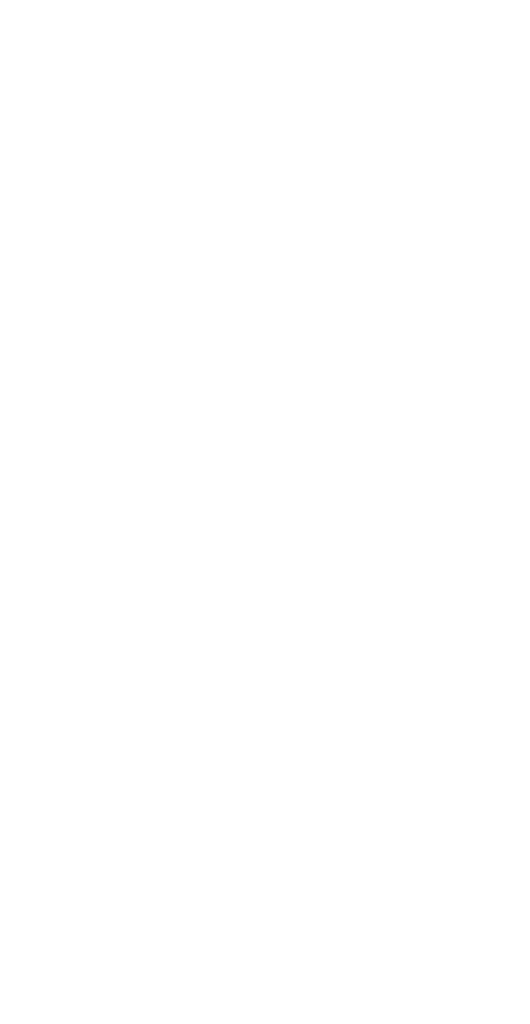
<source format=gbr>
G04 Generated on UCAM*
%FSLAX25Y25*%
%MOIN*%
%IPPOS*%
%ADD10C,0.00800*%
%ADD11C,0.01800*%
%ADD12C,0.15610*%
%ADD13C,0.08500*%
%ADD14C,0.07240*%
%AMTHERS4*1,1-$6,$1,0,0*1,$6,$2,0,0*21,$6,$1,$3,0,0,$4+$5*21,$6,$3,$1,0,0,$4+$5*%
%ADD15THERS4,0.09800X0.08200X0.02200X45.00X0.00X0*%
%ADD16C,0.06200*%
%ADD17C,0.03700*%
%ADD18C,0.14010*%
%ADD19C,0.08100*%
%ADD20C,0.06000*%
%ADD21THERS4,0.09600X0.08000X0.02200X45.00X0.00X0*%
%ADD22C,0.10900*%
%ADD23C,0.07700*%
%ADD24C,0.08200*%
%ADD25THERS4,0.11800X0.10200X0.02200X45.00X0.00X0*%
%ADD26C,0.05740*%
%ADD27THERS4,0.09340X0.07740X0.02200X45.00X0.00X0*%
%ADD28C,0.03200*%
%ADD29C,0.03000*%
%ADD30C,0.09000*%
%SRX1Y1I0.00000J0.00000*%
%LN25543_layer2*%
%LPD*%
G36*
X91730Y91730D02*
X553710D01*
Y983860*
X91730*
Y91730*
G37*
%LPC*%
D10*
X118110Y233960D02*
X120460Y236310D01*
X167680Y332680D02*
X194890D01*
X198690Y328890*
X198690Y316830D02*
Y328890D01*
X198690Y316830D02*
X219290D01*
X120460Y236310D02*
X222510D01*
X224410Y238210*
Y263310*
X219290Y268430D02*
X224410Y263310D01*
X219290Y268430D02*
Y316830D01*
X155210Y320210D02*
X167680Y332680D01*
X155210Y303680D02*
Y320210D01*
X118110Y303680D02*
X155210D01*
X118110Y513880D02*
X120460Y516230D01*
X167680Y612610D02*
X194890D01*
X198690Y608810*
X198690Y596750D02*
Y608810D01*
X198690Y596750D02*
X219290D01*
X120460Y516230D02*
X222510D01*
X224410Y518130*
Y543230*
X219290Y548350D02*
X224410Y543230D01*
X219290Y548350D02*
Y596750D01*
X155210Y600130D02*
X167680Y612610D01*
X155210Y583610D02*
Y600130D01*
X118110Y583610D02*
X155210D01*
X118110Y793800D02*
X120460Y796150D01*
X167680Y892530D02*
X194890D01*
X198690Y888730*
X198690Y876670D02*
Y888730D01*
X198690Y876670D02*
X219290D01*
X120460Y796150D02*
X222510D01*
X224410Y798050*
Y823150*
X219290Y828270D02*
X224410Y823150D01*
X219290Y828270D02*
Y876670D01*
X155210Y880050D02*
X167680Y892530D01*
X155210Y863530D02*
Y880050D01*
X118110Y863530D02*
X155210D01*
D11*
X92720Y92720D02*
Y982870D01*
X552720*
X552720Y92720D02*
Y982870D01*
X92720Y92720D02*
X552720D01*
X118110Y118110D02*
X531500D01*
Y397640*
X118110Y397640D02*
X531500D01*
X118110Y118110D02*
Y397640D01*
X118110Y398030D02*
X531500D01*
Y677560*
X118110Y677560D02*
X531500D01*
X118110Y398030D02*
Y677560D01*
X118110Y677950D02*
X531500D01*
Y957480*
X118110Y957480D02*
X531500D01*
X118110Y677950D02*
Y957480D01*
D12*
X106000Y106000D03*
X543800D03*
Y969590D03*
X106000D03*
D13*
X464590Y132180D03*
X451180D03*
Y185190D03*
X464590D03*
X451680Y233490D03*
X465080D03*
Y286490D03*
X451680D03*
X435580Y132220D03*
X422180D03*
Y185220D03*
X435580D03*
X464590Y412110D03*
X451180D03*
Y465110D03*
X464590D03*
X451680Y513410D03*
X465080D03*
Y566410D03*
X451680D03*
X435580Y412150D03*
X422180D03*
Y465150D03*
X435580D03*
X464590Y692030D03*
X451180D03*
Y745030D03*
X464590D03*
X451680Y793330D03*
X465080D03*
Y846330D03*
X451680D03*
X435580Y692070D03*
X422180D03*
Y745070D03*
X435580D03*
D14*
X266610Y352910D03*
Y342910D03*
X256610Y352910D03*
Y342910D03*
X246610Y352910D03*
Y342910D03*
X236610Y352910D03*
Y342910D03*
X226610Y352910D03*
Y342910D03*
X216610Y352910D03*
Y342910D03*
X206610Y352910D03*
Y342910D03*
X266610Y632830D03*
Y622830D03*
X256610Y632830D03*
Y622830D03*
X246610Y632830D03*
Y622830D03*
X236610Y632830D03*
Y622830D03*
X226610Y632830D03*
Y622830D03*
X216610Y632830D03*
Y622830D03*
X206610Y632830D03*
Y622830D03*
X266610Y912750D03*
Y902750D03*
X256610Y912750D03*
Y902750D03*
X246610Y912750D03*
Y902750D03*
X236610Y912750D03*
Y902750D03*
X226610Y912750D03*
Y902750D03*
X216610Y912750D03*
Y902750D03*
X206610Y912750D03*
Y902750D03*
D15*
X167410Y353810D03*
X354720Y270750D03*
X481190Y382280D03*
X128960Y329680D03*
X354720Y239650D03*
Y301850D03*
X177410Y377910D03*
X209510D03*
X241310Y377950D03*
X167410Y633730D03*
X354720Y550670D03*
X481190Y662210D03*
X128960Y609600D03*
X354720Y519570D03*
Y581770D03*
X177410Y657830D03*
X209510D03*
X241310Y657870D03*
X167410Y913650D03*
X354720Y830590D03*
X481190Y942130D03*
X128960Y889530D03*
X354720Y799490D03*
Y861690D03*
X177410Y937750D03*
X209510D03*
X241310Y937800D03*
D16*
X177410Y353810D03*
X354720Y260750D03*
X481190Y372290D03*
X521750Y160240D03*
X128960Y347480D03*
X354720Y229650D03*
Y291850D03*
X379080Y281790D03*
Y291790D03*
Y301780D03*
X378980Y240390D03*
Y250380D03*
Y260380D03*
X167410Y377910D03*
X199510D03*
X231310Y377950D03*
X251310D03*
X261310D03*
X349690Y129950D03*
X339690D03*
X329690D03*
X319690D03*
X268470Y129910D03*
X278470D03*
X288470D03*
X298470D03*
Y157470D03*
X288470D03*
X278470D03*
X268470D03*
X217290Y129910D03*
X227290D03*
X237290D03*
X247290D03*
X196110D03*
X186110D03*
X176110D03*
X166110D03*
X177410Y633730D03*
X354720Y540670D03*
X481190Y652210D03*
X521750Y440160D03*
X128960Y627400D03*
X354720Y509570D03*
Y571770D03*
X379080Y561710D03*
Y571710D03*
Y581710D03*
X378980Y520310D03*
Y530310D03*
Y540310D03*
X167410Y657830D03*
X199510D03*
X231310Y657870D03*
X251310D03*
X261310D03*
X349690Y409870D03*
X339690D03*
X329690D03*
X319690D03*
X268470Y409830D03*
X278470D03*
X288470D03*
X298470D03*
Y437390D03*
X288470D03*
X278470D03*
X268470D03*
X217290Y409830D03*
X227290D03*
X237290D03*
X247290D03*
X196110D03*
X186110D03*
X176110D03*
X166110D03*
X177410Y913650D03*
X354720Y820590D03*
X481190Y932130D03*
X521750Y720080D03*
X128960Y907330D03*
X354720Y789490D03*
Y851690D03*
X379080Y841630D03*
Y851630D03*
Y861630D03*
X378980Y800230D03*
Y810230D03*
Y820230D03*
X167410Y937750D03*
X199510D03*
X231310Y937800D03*
X251310D03*
X261310D03*
X349690Y689790D03*
X339690D03*
X329690D03*
X319690D03*
X268470Y689750D03*
X278470D03*
X288470D03*
X298470D03*
Y717310D03*
X288470D03*
X278470D03*
X268470D03*
X217290Y689750D03*
X227290D03*
X237290D03*
X247290D03*
X196110D03*
X186110D03*
X176110D03*
X166110D03*
D17*
X130800Y130800D03*
X144800D03*
Y144800D03*
X130800D03*
X127800Y137800D03*
X147800D03*
X137800Y147800D03*
Y127800D03*
X130800Y370950D03*
X144800D03*
Y384950D03*
X130800D03*
X127800Y377950D03*
X147800D03*
X137800Y387950D03*
Y367950D03*
X504810Y370950D03*
X518810D03*
Y384950D03*
X504810D03*
X501810Y377950D03*
X521810D03*
X511810Y387950D03*
Y367950D03*
X504810Y130800D03*
X518810D03*
Y144800D03*
X504810D03*
X501810Y137800D03*
X521810D03*
X511810Y147800D03*
Y127800D03*
X453780Y340180D03*
X457590D03*
X472810Y135910D03*
X451080Y141590D03*
X464590Y140290D03*
X481190Y140790D03*
X475380Y140680D03*
X451280Y165880D03*
X454790Y155680D03*
X451590Y175380D03*
X464280Y174990D03*
X457990Y185190D03*
X457780Y192680D03*
X445490Y132180D03*
X396010Y301710D03*
X455780Y378080D03*
X389510Y292010D03*
X393710Y293110D03*
X409410Y341510D03*
X415310D03*
X421310D03*
X431690Y327380D03*
X439590Y325990D03*
X429690Y319690D03*
X378480Y194180D03*
X378780Y189580D03*
X393580Y211190D03*
X394480Y202080D03*
X403710Y341510D03*
X322310Y304410D03*
X331980Y304590D03*
X290710Y310310D03*
X238190Y243990D03*
X151490Y338190D03*
X463680Y369480D03*
X394880Y244290D03*
X415990Y241580D03*
X374990Y194590D03*
Y189580D03*
X469680Y314690D03*
X449690Y299690D03*
Y309680D03*
X459680D03*
X458580Y319580D03*
X459290Y329680D03*
X446480Y325590D03*
X449690Y317790D03*
X439690Y319690D03*
X419680D03*
X422490Y141590D03*
X428780Y132280D03*
X491790Y154790D03*
X478390Y145780D03*
Y157890D03*
X492890Y176580D03*
X475090Y172190D03*
X483690Y167090D03*
X483480Y186190D03*
X497280Y181590D03*
X480590Y197890D03*
X470590Y203480D03*
X471080Y197780D03*
X471480Y207280D03*
X435890Y195390D03*
X440780Y193680D03*
X444680Y197490D03*
X443690Y203480D03*
X444790Y209490D03*
X435480Y175490D03*
X428280Y176990D03*
X422490Y195480D03*
X428990Y185390D03*
X481790Y223180D03*
X460590Y249690D03*
X499280Y235980D03*
X483380Y231590D03*
X474180Y241390D03*
X483480Y250590D03*
X492580Y241690D03*
X497080Y246880D03*
X497280Y224890D03*
X464980Y222990D03*
X473390Y233590D03*
X464980Y243580D03*
X454090D03*
X458280Y233280D03*
X451780Y223180D03*
X444480Y233380D03*
X491380Y297780D03*
X475190Y297690D03*
X490080Y284890D03*
X499690Y295580D03*
X499780Y303380D03*
X493090Y306380D03*
X483480Y316280D03*
Y297180D03*
X472380Y286490D03*
X458480Y293580D03*
X458380Y286390D03*
X465190Y274590D03*
X451680Y274480D03*
X446080Y277080D03*
X444580Y286390D03*
X399690Y341480D03*
X153680Y324480D03*
X332380Y220780D03*
X275290Y234380D03*
X197900Y274060D03*
X194390Y307280D03*
X159890Y311980D03*
X200790Y311420D03*
X174380Y271590D03*
X242990Y290690D03*
X203440Y314170D03*
X214460Y304400D03*
X200100Y243800D03*
X164900Y324190D03*
X210930Y291730D03*
X199900Y261020D03*
X169680Y283980D03*
X166880Y291180D03*
X418280Y307280D03*
X415390Y128090D03*
Y136580D03*
X406090Y126490D03*
X410890D03*
X415390Y132280D03*
X380590Y147080D03*
X371390D03*
X380590Y152290D03*
X371390D03*
Y157560D03*
X380590Y157590D03*
X483380Y329290D03*
X474390Y339090D03*
X378780Y184390D03*
X374990Y184480D03*
X359190Y216880D03*
X237880Y261580D03*
X319690Y251290D03*
X423480Y345780D03*
X335280Y232080D03*
X323210Y244510D03*
X343480Y295880D03*
X392180Y274990D03*
X336580Y282890D03*
X339980Y246090D03*
X338880Y254980D03*
X343780Y267580D03*
X397990Y260890D03*
X403780D03*
X183090Y279590D03*
X169680Y249380D03*
Y246180D03*
X169590Y253590D03*
X156100Y313580D03*
X153880Y316180D03*
X322880Y232980D03*
X245110Y366010D03*
X248110D03*
X483380Y348890D03*
X418180Y300080D03*
X418380Y314390D03*
X208110Y366010D03*
X205110D03*
X433090Y163190D03*
X130800Y410720D03*
X144800D03*
Y424720D03*
X130800D03*
X127800Y417720D03*
X147800D03*
X137800Y427720D03*
Y407720D03*
X130800Y650870D03*
X144800D03*
Y664870D03*
X130800D03*
X127800Y657870D03*
X147800D03*
X137800Y667870D03*
Y647870D03*
X504810Y650870D03*
X518810D03*
Y664870D03*
X504810D03*
X501810Y657870D03*
X521810D03*
X511810Y667870D03*
Y647870D03*
X504810Y410720D03*
X518810D03*
Y424720D03*
X504810D03*
X501810Y417720D03*
X521810D03*
X511810Y427720D03*
Y407720D03*
X453780Y620110D03*
X457590D03*
X472810Y415830D03*
X451080Y421510D03*
X464590Y420210D03*
X481190Y420710D03*
X475380Y420610D03*
X451280Y445810D03*
X454790Y435610D03*
X451590Y455310D03*
X464280Y454910D03*
X457990Y465110D03*
X457780Y472610D03*
X445490Y412110D03*
X396010Y581630D03*
X455780Y658010D03*
X389510Y571930D03*
X393710Y573030D03*
X409410Y621430D03*
X415310D03*
X421310D03*
X431690Y607310D03*
X439590Y605910D03*
X429690Y599610D03*
X378480Y474110D03*
X378780Y469510D03*
X393580Y491110D03*
X394480Y482010D03*
X403710Y621430D03*
X322310Y584330D03*
X331980Y584510D03*
X290710Y590230D03*
X238190Y523910D03*
X151490Y618110D03*
X463680Y649410D03*
X394880Y524210D03*
X415990Y521510D03*
X374990Y474510D03*
Y469510D03*
X469680Y594610D03*
X449690Y579610D03*
Y589610D03*
X459680D03*
X458580Y599510D03*
X459290Y609610D03*
X446480Y605510D03*
X449690Y597710D03*
X439690Y599610D03*
X419680D03*
X422490Y421510D03*
X428780Y412210D03*
X491790Y434710D03*
X478390Y425710D03*
Y437810D03*
X492890Y456510D03*
X475090Y452110D03*
X483690Y447010D03*
X483480Y466110D03*
X497280Y461510D03*
X480590Y477810D03*
X470590Y483410D03*
X471080Y477710D03*
X471480Y487210D03*
X435890Y475310D03*
X440780Y473610D03*
X444680Y477410D03*
X443690Y483410D03*
X444790Y489410D03*
X435480Y455410D03*
X428280Y456910D03*
X422490Y475410D03*
X428990Y465310D03*
X481790Y503110D03*
X460590Y529610D03*
X499280Y515910D03*
X483380Y511510D03*
X474180Y521310D03*
X483480Y530510D03*
X492580Y521610D03*
X497080Y526810D03*
X497280Y504810D03*
X464980Y502910D03*
X473390Y513510D03*
X464980Y523510D03*
X454090D03*
X458280Y513210D03*
X451780Y503110D03*
X444480Y513310D03*
X491380Y577710D03*
X475190Y577610D03*
X490080Y564810D03*
X499690Y575510D03*
X499780Y583310D03*
X493090Y586310D03*
X483480Y596210D03*
Y577110D03*
X472380Y566410D03*
X458480Y573510D03*
X458380Y566310D03*
X465190Y554510D03*
X451680Y554410D03*
X446080Y557010D03*
X444580Y566310D03*
X399690Y621410D03*
X153680Y604410D03*
X332380Y500710D03*
X275290Y514310D03*
X197900Y553980D03*
X194390Y587210D03*
X159890Y591910D03*
X200790Y591340D03*
X174380Y551510D03*
X242990Y570610D03*
X203440Y594090D03*
X214460Y584320D03*
X200100Y523720D03*
X164900Y604110D03*
X210930Y571650D03*
X199900Y540940D03*
X169680Y563910D03*
X166880Y571110D03*
X418280Y587210D03*
X415390Y408010D03*
Y416510D03*
X406090Y406410D03*
X410890D03*
X415390Y412210D03*
X380590Y427010D03*
X371390D03*
X380590Y432210D03*
X371390D03*
Y437480D03*
X380590Y437510D03*
X483380Y609210D03*
X474390Y619010D03*
X378780Y464310D03*
X374990Y464410D03*
X359190Y496810D03*
X237880Y541510D03*
X319690Y531210D03*
X423480Y625710D03*
X335280Y512010D03*
X323210Y524430D03*
X343480Y575810D03*
X392180Y554910D03*
X336580Y562810D03*
X339980Y526010D03*
X338880Y534910D03*
X343780Y547510D03*
X397990Y540810D03*
X403780D03*
X183090Y559510D03*
X169680Y529310D03*
Y526110D03*
X169590Y533510D03*
X156100Y593510D03*
X153880Y596110D03*
X322880Y512910D03*
X245110Y645930D03*
X248110D03*
X483380Y628810D03*
X418180Y580010D03*
X418380Y594310D03*
X208110Y645930D03*
X205110D03*
X433090Y443110D03*
X130800Y690640D03*
X144800D03*
Y704640D03*
X130800D03*
X127800Y697640D03*
X147800D03*
X137800Y707640D03*
Y687640D03*
X130800Y930800D03*
X144800D03*
Y944800D03*
X130800D03*
X127800Y937800D03*
X147800D03*
X137800Y947800D03*
Y927800D03*
X504810Y930800D03*
X518810D03*
Y944800D03*
X504810D03*
X501810Y937800D03*
X521810D03*
X511810Y947800D03*
Y927800D03*
X504810Y690640D03*
X518810D03*
Y704640D03*
X504810D03*
X501810Y697640D03*
X521810D03*
X511810Y707640D03*
Y687640D03*
X453780Y900030D03*
X457590D03*
X472810Y695750D03*
X451080Y701430D03*
X464590Y700130D03*
X481190Y700630D03*
X475380Y700530D03*
X451280Y725730D03*
X454790Y715530D03*
X451590Y735230D03*
X464280Y734830D03*
X457990Y745030D03*
X457780Y752530D03*
X445490Y692030D03*
X396010Y861550D03*
X455780Y937930D03*
X389510Y851850D03*
X393710Y852950D03*
X409410Y901350D03*
X415310D03*
X421310D03*
X431690Y887230D03*
X439590Y885830D03*
X429690Y879530D03*
X378480Y754030D03*
X378780Y749430D03*
X393580Y771030D03*
X394480Y761930D03*
X403710Y901350D03*
X322310Y864250D03*
X331980Y864430D03*
X290710Y870150D03*
X238190Y803830D03*
X151490Y898030D03*
X463680Y929330D03*
X394880Y804130D03*
X415990Y801430D03*
X374990Y754430D03*
Y749430D03*
X469680Y874530D03*
X449690Y859530D03*
Y869530D03*
X459680D03*
X458580Y879430D03*
X459290Y889530D03*
X446480Y885430D03*
X449690Y877630D03*
X439690Y879530D03*
X419680D03*
X422490Y701430D03*
X428780Y692130D03*
X491790Y714630D03*
X478390Y705630D03*
Y717730D03*
X492890Y736430D03*
X475090Y732030D03*
X483690Y726930D03*
X483480Y746030D03*
X497280Y741430D03*
X480590Y757730D03*
X470590Y763330D03*
X471080Y757630D03*
X471480Y767130D03*
X435890Y755230D03*
X440780Y753530D03*
X444680Y757330D03*
X443690Y763330D03*
X444790Y769330D03*
X435480Y735330D03*
X428280Y736830D03*
X422490Y755330D03*
X428990Y745230D03*
X481790Y783030D03*
X460590Y809530D03*
X499280Y795830D03*
X483380Y791430D03*
X474180Y801230D03*
X483480Y810430D03*
X492580Y801530D03*
X497080Y806730D03*
X497280Y784730D03*
X464980Y782830D03*
X473390Y793430D03*
X464980Y803430D03*
X454090D03*
X458280Y793130D03*
X451780Y783030D03*
X444480Y793230D03*
X491380Y857630D03*
X475190Y857530D03*
X490080Y844730D03*
X499690Y855430D03*
X499780Y863230D03*
X493090Y866230D03*
X483480Y876130D03*
Y857030D03*
X472380Y846330D03*
X458480Y853430D03*
X458380Y846230D03*
X465190Y834430D03*
X451680Y834330D03*
X446080Y836930D03*
X444580Y846230D03*
X399690Y901330D03*
X153680Y884330D03*
X332380Y780630D03*
X275290Y794230D03*
X197900Y833900D03*
X194390Y867130D03*
X159890Y871830D03*
X200790Y871260D03*
X174380Y831430D03*
X242990Y850530D03*
X203440Y874020D03*
X214460Y864240D03*
X200100Y803640D03*
X164900Y884030D03*
X210930Y851570D03*
X199900Y820870D03*
X169680Y843830D03*
X166880Y851030D03*
X418280Y867130D03*
X415390Y687930D03*
Y696430D03*
X406090Y686330D03*
X410890D03*
X415390Y692130D03*
X380590Y706930D03*
X371390D03*
X380590Y712130D03*
X371390D03*
Y717400D03*
X380590Y717430D03*
X483380Y889130D03*
X474390Y898930D03*
X378780Y744230D03*
X374990Y744330D03*
X359190Y776730D03*
X237880Y821430D03*
X319690Y811130D03*
X423480Y905630D03*
X335280Y791930D03*
X323210Y804350D03*
X343480Y855730D03*
X392180Y834830D03*
X336580Y842730D03*
X339980Y805930D03*
X338880Y814830D03*
X343780Y827430D03*
X397990Y820730D03*
X403780D03*
X183090Y839430D03*
X169680Y809230D03*
Y806030D03*
X169590Y813430D03*
X156100Y873430D03*
X153880Y876030D03*
X322880Y792830D03*
X245110Y925850D03*
X248110D03*
X483380Y908730D03*
X418180Y859930D03*
X418380Y874230D03*
X208110Y925850D03*
X205110D03*
X433090Y723030D03*
D18*
X137800Y137800D03*
Y377950D03*
X511810D03*
Y137800D03*
X137800Y417720D03*
Y657870D03*
X511810D03*
Y417720D03*
X137800Y697640D03*
Y937800D03*
X511810D03*
Y697640D03*
D19*
X138760Y352380D03*
Y324780D03*
Y632300D03*
Y604700D03*
Y912230D03*
Y884630D03*
D20*
X164270Y266650D03*
Y276570D03*
X156370D03*
X172940Y316140D03*
Y326140D03*
X182940Y316140D03*
Y326140D03*
X192940Y316140D03*
X164270Y546570D03*
Y556500D03*
X156370D03*
X172940Y596060D03*
Y606060D03*
X182940Y596060D03*
Y606060D03*
X192940Y596060D03*
X164270Y826500D03*
Y836420D03*
X156370D03*
X172940Y875980D03*
Y885980D03*
X182940Y875980D03*
Y885980D03*
X192940Y875980D03*
D21*
X156370Y266650D03*
X192940Y326140D03*
X156370Y546570D03*
X192940Y606060D03*
X156370Y826500D03*
X192940Y885980D03*
D22*
X145670Y295280D03*
Y247950D03*
Y575200D03*
Y527870D03*
Y855120D03*
Y807800D03*
D23*
X380780Y213980D03*
X400790D03*
X380780Y493910D03*
X400790D03*
X380780Y773830D03*
X400790D03*
D24*
X483380Y176640D03*
Y241630D03*
Y306630D03*
Y339140D03*
Y456560D03*
Y521560D03*
Y586560D03*
Y619060D03*
Y736480D03*
Y801480D03*
Y866480D03*
Y898980D03*
D25*
Y209140D03*
Y274130D03*
Y489060D03*
Y554060D03*
Y768980D03*
Y833980D03*
D26*
X297080Y374080D03*
X307080D03*
Y384090D03*
X317090Y374080D03*
Y384090D03*
X327080Y374080D03*
Y384090D03*
X337090Y374080D03*
Y384090D03*
X297080Y336580D03*
X307080D03*
Y346590D03*
X317090Y336580D03*
Y346590D03*
X327080Y336580D03*
Y346590D03*
X337090Y336580D03*
Y346590D03*
X381350Y337260D03*
X371350D03*
X381350Y347260D03*
Y357260D03*
X371350D03*
Y367260D03*
X381350Y377260D03*
X371350D03*
X297080Y654010D03*
X307080D03*
Y664010D03*
X317090Y654010D03*
Y664010D03*
X327080Y654010D03*
Y664010D03*
X337090Y654010D03*
Y664010D03*
X297080Y616510D03*
X307080D03*
Y626510D03*
X317090Y616510D03*
Y626510D03*
X327080Y616510D03*
Y626510D03*
X337090Y616510D03*
Y626510D03*
X381350Y617180D03*
X371350D03*
X381350Y627180D03*
Y637180D03*
X371350D03*
Y647180D03*
X381350Y657180D03*
X371350D03*
X297080Y933930D03*
X307080D03*
Y943930D03*
X317090Y933930D03*
Y943930D03*
X327080Y933930D03*
Y943930D03*
X337090Y933930D03*
Y943930D03*
X297080Y896430D03*
X307080D03*
Y906430D03*
X317090Y896430D03*
Y906430D03*
X327080Y896430D03*
Y906430D03*
X337090Y896430D03*
Y906430D03*
X381350Y897100D03*
X371350D03*
X381350Y907100D03*
Y917100D03*
X371350D03*
Y927100D03*
X381350Y937100D03*
X371350D03*
D27*
X297080Y384090D03*
Y346590D03*
X371350Y347260D03*
X381350Y367260D03*
X297080Y664010D03*
Y626510D03*
X371350Y627180D03*
X381350Y647180D03*
X297080Y943930D03*
Y906430D03*
X371350Y907100D03*
X381350Y927100D03*
D28*
X261710Y338710D03*
X261810Y346510D03*
X262910Y389710D03*
X417510Y263710D03*
X206190Y204890D03*
X199710Y343910D03*
X343480Y355080D03*
X354680Y323480D03*
X348690Y321390D03*
X259280Y325290D03*
X298570Y312500D03*
X304100Y312600D03*
X309970D03*
X252310Y149110D03*
X249610D03*
X234580Y149490D03*
X210910Y148210D03*
Y150810D03*
X209510Y160010D03*
X193010Y143310D03*
X193110Y145910D03*
X180510Y144090D03*
Y146480D03*
X173210Y146010D03*
Y148610D03*
X163610D03*
Y146010D03*
X155310Y149410D03*
X152530D03*
X458980Y382680D03*
X179210Y335660D03*
X364280Y219880D03*
X396590Y188380D03*
X406110Y325310D03*
X404210Y321810D03*
X399310Y321610D03*
X381610Y319110D03*
X277010Y207910D03*
X327190Y262390D03*
X273610Y267510D03*
X262680Y247180D03*
X249610Y298810D03*
X191310Y364110D03*
X194910Y344310D03*
X201310Y254010D03*
X195110Y249010D03*
X198710Y303110D03*
X252590Y222390D03*
X249590D03*
X244690Y232590D03*
X147080Y223290D03*
Y220690D03*
X201990Y217580D03*
X198780D03*
X192090Y202080D03*
X276010Y325910D03*
X242110Y330310D03*
X237210Y322210D03*
X310280Y316390D03*
X246690Y328190D03*
X246710Y322010D03*
X298710Y316310D03*
X304080Y316280D03*
X261280Y211880D03*
X181390Y198190D03*
X165990Y202990D03*
X337680Y208490D03*
X197190Y162280D03*
X246390Y164880D03*
X225990Y163380D03*
X223480D03*
X180590Y163290D03*
X177490Y163380D03*
X160610Y162010D03*
X166010D03*
X154680Y164380D03*
X151380Y165990D03*
X286190Y177790D03*
X288490D03*
X303480Y210980D03*
X352890Y158190D03*
X350290D03*
X336090Y152990D03*
X313980Y151490D03*
X337190Y160890D03*
X211780Y220150D03*
X210190Y223080D03*
X251910Y206280D03*
X212680Y204980D03*
X221090Y198190D03*
X226080Y199080D03*
X268690Y187190D03*
X161410Y207710D03*
X284380Y223180D03*
X317790Y217180D03*
X307890Y221880D03*
X314580D03*
X319180Y222080D03*
X297430Y202800D03*
X280100D03*
X348590Y205680D03*
X355780Y201290D03*
X340580Y162380D03*
X322290Y199080D03*
X246390Y162380D03*
X126790Y229890D03*
X293990Y223180D03*
X297590Y223480D03*
X300890Y226680D03*
X296390Y231590D03*
X171190Y175080D03*
Y172190D03*
Y169280D03*
X190790Y204080D03*
X216480Y170590D03*
X157280Y169280D03*
X150990Y208890D03*
X124380Y179790D03*
X197190Y164880D03*
X127880Y163380D03*
X125690D03*
X135280Y200180D03*
X144890Y205290D03*
X147080D03*
X333590Y152990D03*
X316580Y151490D03*
X298210Y190200D03*
X311980Y141290D03*
X135280Y202380D03*
X237090Y202080D03*
X235790Y204080D03*
X226080Y196480D03*
X327890Y224780D03*
X337580Y206080D03*
X257590Y200480D03*
X254290Y206280D03*
X250780Y232190D03*
X239390Y220390D03*
X212090Y172490D03*
X212580Y167790D03*
X310980Y217090D03*
X217480Y216480D03*
X221290Y216390D03*
X213690Y216480D03*
X181390Y195480D03*
X176610Y211610D03*
X151790Y211190D03*
X245780Y237280D03*
X158780Y229190D03*
X164290Y227590D03*
X174110Y213110D03*
X171210Y214210D03*
X186780Y224780D03*
X196280Y207890D03*
X205490Y213090D03*
X191290Y218780D03*
X170980Y208380D03*
X178880Y202190D03*
X141980Y225690D03*
X139380Y227890D03*
X130890Y227190D03*
X156480Y213690D03*
X280290Y222180D03*
X337190Y163080D03*
X322290Y196480D03*
X332680Y201990D03*
X333490Y204290D03*
X472380Y321390D03*
X273690Y174280D03*
X290790Y223180D03*
X278910Y326710D03*
X317880Y309010D03*
X348590Y329290D03*
X269480Y252590D03*
Y246290D03*
X277380Y249380D03*
X287440Y251340D03*
X287410Y246310D03*
X242690Y257640D03*
X259070Y269690D03*
X262170Y275180D03*
X259090Y284090D03*
X303660Y261880D03*
X319090Y243690D03*
X317990Y271590D03*
X306760Y261880D03*
X241510Y264710D03*
X262880Y262790D03*
X262170Y269690D03*
X255970D03*
X259070Y275180D03*
Y279680D03*
X255970D03*
X255980Y284090D03*
X262190Y293390D03*
X259070D03*
X255970D03*
X265580Y232680D03*
X300560Y261880D03*
X243280Y249990D03*
X235490Y247390D03*
X231310Y289310D03*
X226310Y298210D03*
X233680Y254380D03*
X243090Y253190D03*
X204410Y254110D03*
X202780Y265580D03*
X202590Y276780D03*
X210930Y277280D03*
X322880Y224780D03*
X339090Y229890D03*
X394290Y257490D03*
X409680Y274290D03*
X196280Y205490D03*
X341990Y164880D03*
X154790Y168390D03*
X234610Y146910D03*
X340880Y341480D03*
X290810Y333210D03*
X261610Y351410D03*
X151410Y328910D03*
X191810Y338010D03*
X262980Y315880D03*
X300510Y367010D03*
X320880Y278890D03*
X321090Y271590D03*
X348590Y325990D03*
X336810Y355110D03*
X340210D03*
X233790Y308980D03*
X147490Y308080D03*
X295710Y250810D03*
X399770Y172850D03*
Y176850D03*
X395770D03*
Y172850D03*
X391770D03*
Y176850D03*
X387770D03*
Y172850D03*
Y164850D03*
Y160850D03*
X391770D03*
Y164850D03*
X395770D03*
Y160850D03*
X399770D03*
Y164850D03*
Y168850D03*
X395770D03*
X387770D03*
X391770D03*
X432300Y308960D03*
Y312960D03*
Y304960D03*
Y300960D03*
X428300D03*
X424300D03*
Y304960D03*
X428300D03*
Y308960D03*
X424300D03*
Y312960D03*
X428300D03*
X436300D03*
X440300D03*
Y308960D03*
X436300D03*
Y304960D03*
X440300D03*
Y300960D03*
X436300D03*
X274110Y249310D03*
X326080Y315090D03*
X295690Y253780D03*
X294180Y295180D03*
X288490Y234380D03*
X265980Y262790D03*
X362790Y336580D03*
X468690Y390090D03*
X405990Y393390D03*
X318090Y281380D03*
X346990Y309380D03*
X276290Y174280D03*
X241580Y334790D03*
X263580Y279680D03*
X251680Y321390D03*
X252590Y316990D03*
X241690Y355080D03*
X211680Y339790D03*
X211580Y350290D03*
Y332380D03*
X240080Y298990D03*
X434880Y233890D03*
X432290Y275380D03*
X307280Y272780D03*
X236390Y314980D03*
X247180Y314090D03*
X245480Y310680D03*
X469680Y163880D03*
X525890Y209090D03*
X499690Y314090D03*
X201290Y362790D03*
X182690Y359680D03*
X219780Y374290D03*
X209980Y273590D03*
X233610Y392010D03*
X261710Y618630D03*
X261810Y626430D03*
X262910Y669630D03*
X417510Y543630D03*
X206190Y484810D03*
X199710Y623830D03*
X343480Y635010D03*
X354680Y603410D03*
X348690Y601310D03*
X259280Y605210D03*
X298570Y592420D03*
X304100Y592520D03*
X309970D03*
X252310Y429030D03*
X249610D03*
X234580Y429410D03*
X210910Y428130D03*
Y430730D03*
X209510Y439930D03*
X193010Y423230D03*
X193110Y425830D03*
X180510Y424010D03*
Y426410D03*
X173210Y425930D03*
Y428530D03*
X163610D03*
Y425930D03*
X155310Y429330D03*
X152530D03*
X458980Y662610D03*
X179210Y615580D03*
X364280Y499810D03*
X396590Y468310D03*
X406110Y605230D03*
X404210Y601730D03*
X399310Y601530D03*
X381610Y599030D03*
X277010Y487830D03*
X327190Y542310D03*
X273610Y547430D03*
X262680Y527110D03*
X249610Y578730D03*
X191310Y644030D03*
X194910Y624230D03*
X201310Y533930D03*
X195110Y528930D03*
X198710Y583030D03*
X252590Y502310D03*
X249590D03*
X244690Y512510D03*
X147080Y503210D03*
Y500610D03*
X201990Y497510D03*
X198780D03*
X192090Y482010D03*
X276010Y605830D03*
X242110Y610230D03*
X237210Y602130D03*
X310280Y596310D03*
X246690Y608110D03*
X246710Y601930D03*
X298710Y596230D03*
X304080Y596210D03*
X261280Y491810D03*
X181390Y478110D03*
X165990Y482910D03*
X337680Y488410D03*
X197190Y442210D03*
X246390Y444810D03*
X225990Y443310D03*
X223480D03*
X180590Y443210D03*
X177490Y443310D03*
X160610Y441930D03*
X166010D03*
X154680Y444310D03*
X151380Y445910D03*
X286190Y457710D03*
X288490D03*
X303480Y490910D03*
X352890Y438110D03*
X350290D03*
X336090Y432910D03*
X313980Y431410D03*
X337190Y440810D03*
X211780Y500070D03*
X210190Y503010D03*
X251910Y486210D03*
X212680Y484910D03*
X221090Y478110D03*
X226080Y479010D03*
X268690Y467110D03*
X161410Y487630D03*
X284380Y503110D03*
X317790Y497110D03*
X307890Y501810D03*
X314580D03*
X319180Y502010D03*
X297430Y482720D03*
X280100D03*
X348590Y485610D03*
X355780Y481210D03*
X340580Y442310D03*
X322290Y479010D03*
X246390Y442310D03*
X126790Y509810D03*
X293990Y503110D03*
X297590Y503410D03*
X300890Y506610D03*
X296390Y511510D03*
X171190Y455010D03*
Y452110D03*
Y449210D03*
X190790Y484010D03*
X216480Y450510D03*
X157280Y449210D03*
X150990Y488810D03*
X124380Y459710D03*
X197190Y444810D03*
X127880Y443310D03*
X125690D03*
X135280Y480110D03*
X144890Y485210D03*
X147080D03*
X333590Y432910D03*
X316580Y431410D03*
X298210Y470120D03*
X311980Y421210D03*
X135280Y482310D03*
X237090Y482010D03*
X235790Y484010D03*
X226080Y476410D03*
X327890Y504710D03*
X337580Y486010D03*
X257590Y480410D03*
X254290Y486210D03*
X250780Y512110D03*
X239390Y500310D03*
X212090Y452410D03*
X212580Y447710D03*
X310980Y497010D03*
X217480Y496410D03*
X221290Y496310D03*
X213690Y496410D03*
X181390Y475410D03*
X176610Y491530D03*
X151790Y491110D03*
X245780Y517210D03*
X158780Y509110D03*
X164290Y507510D03*
X174110Y493030D03*
X171210Y494130D03*
X186780Y504710D03*
X196280Y487810D03*
X205490Y493010D03*
X191290Y498710D03*
X170980Y488310D03*
X178880Y482110D03*
X141980Y505610D03*
X139380Y507810D03*
X130890Y507110D03*
X156480Y493610D03*
X280290Y502110D03*
X337190Y443010D03*
X322290Y476410D03*
X332680Y481910D03*
X333490Y484210D03*
X472380Y601310D03*
X273690Y454210D03*
X290790Y503110D03*
X278910Y606630D03*
X317880Y588930D03*
X348590Y609210D03*
X269480Y532510D03*
Y526210D03*
X277380Y529310D03*
X287440Y531260D03*
X287410Y526230D03*
X242690Y537560D03*
X259070Y549610D03*
X262170Y555110D03*
X259090Y564010D03*
X303660Y541810D03*
X319090Y523610D03*
X317990Y551510D03*
X306760Y541810D03*
X241510Y544630D03*
X262880Y542710D03*
X262170Y549610D03*
X255970D03*
X259070Y555110D03*
Y559610D03*
X255970D03*
X255980Y564010D03*
X262190Y573310D03*
X259070D03*
X255970D03*
X265580Y512610D03*
X300560Y541810D03*
X243280Y529910D03*
X235490Y527310D03*
X231310Y569230D03*
X226310Y578130D03*
X233680Y534310D03*
X243090Y533110D03*
X204410Y534030D03*
X202780Y545510D03*
X202590Y556710D03*
X210930Y557200D03*
X322880Y504710D03*
X339090Y509810D03*
X394290Y537410D03*
X409680Y554210D03*
X196280Y485410D03*
X341990Y444810D03*
X154790Y448310D03*
X234610Y426830D03*
X340880Y621410D03*
X290810Y613130D03*
X261610Y631330D03*
X151410Y608830D03*
X191810Y617930D03*
X262980Y595810D03*
X300510Y646930D03*
X320880Y558810D03*
X321090Y551510D03*
X348590Y605910D03*
X336810Y635030D03*
X340210D03*
X233790Y588910D03*
X147490Y588010D03*
X295710Y530730D03*
X399770Y452770D03*
Y456770D03*
X395770D03*
Y452770D03*
X391770D03*
Y456770D03*
X387770D03*
Y452770D03*
Y444770D03*
Y440770D03*
X391770D03*
Y444770D03*
X395770D03*
Y440770D03*
X399770D03*
Y444770D03*
Y448770D03*
X395770D03*
X387770D03*
X391770D03*
X432300Y588880D03*
Y592880D03*
Y584880D03*
Y580880D03*
X428300D03*
X424300D03*
Y584880D03*
X428300D03*
Y588880D03*
X424300D03*
Y592880D03*
X428300D03*
X436300D03*
X440300D03*
Y588880D03*
X436300D03*
Y584880D03*
X440300D03*
Y580880D03*
X436300D03*
X274110Y529230D03*
X326080Y595010D03*
X295690Y533710D03*
X294180Y575110D03*
X288490Y514310D03*
X265980Y542710D03*
X362790Y616510D03*
X468690Y670010D03*
X405990Y673310D03*
X318090Y561310D03*
X346990Y589310D03*
X276290Y454210D03*
X241580Y614710D03*
X263580Y559610D03*
X251680Y601310D03*
X252590Y596910D03*
X241690Y635010D03*
X211680Y619710D03*
X211580Y630210D03*
Y612310D03*
X240080Y578910D03*
X434880Y513810D03*
X432290Y555310D03*
X307280Y552710D03*
X236390Y594910D03*
X247180Y594010D03*
X245480Y590610D03*
X469680Y443810D03*
X525890Y489010D03*
X499690Y594010D03*
X201290Y642710D03*
X182690Y639610D03*
X219780Y654210D03*
X209980Y553510D03*
X233610Y671930D03*
X261710Y898550D03*
X261810Y906350D03*
X262910Y949550D03*
X417510Y823550D03*
X206190Y764730D03*
X199710Y903750D03*
X343480Y914930D03*
X354680Y883330D03*
X348690Y881230D03*
X259280Y885130D03*
X298570Y872340D03*
X304100Y872440D03*
X309970D03*
X252310Y708950D03*
X249610D03*
X234580Y709330D03*
X210910Y708050D03*
Y710650D03*
X209510Y719850D03*
X193010Y703150D03*
X193110Y705750D03*
X180510Y703930D03*
Y706330D03*
X173210Y705850D03*
Y708450D03*
X163610D03*
Y705850D03*
X155310Y709250D03*
X152530D03*
X458980Y942530D03*
X179210Y895500D03*
X364280Y779730D03*
X396590Y748230D03*
X406110Y885150D03*
X404210Y881650D03*
X399310Y881450D03*
X381610Y878950D03*
X277010Y767750D03*
X327190Y822230D03*
X273610Y827350D03*
X262680Y807030D03*
X249610Y858650D03*
X191310Y923950D03*
X194910Y904150D03*
X201310Y813850D03*
X195110Y808850D03*
X198710Y862950D03*
X252590Y782230D03*
X249590D03*
X244690Y792430D03*
X147080Y783130D03*
Y780530D03*
X201990Y777430D03*
X198780D03*
X192090Y761930D03*
X276010Y885750D03*
X242110Y890150D03*
X237210Y882050D03*
X310280Y876230D03*
X246690Y888030D03*
X246710Y881850D03*
X298710Y876150D03*
X304080Y876130D03*
X261280Y771730D03*
X181390Y758030D03*
X165990Y762830D03*
X337680Y768330D03*
X197190Y722130D03*
X246390Y724730D03*
X225990Y723230D03*
X223480D03*
X180590Y723130D03*
X177490Y723230D03*
X160610Y721850D03*
X166010D03*
X154680Y724230D03*
X151380Y725830D03*
X286190Y737630D03*
X288490D03*
X303480Y770830D03*
X352890Y718030D03*
X350290D03*
X336090Y712830D03*
X313980Y711330D03*
X337190Y720730D03*
X211780Y780000D03*
X210190Y782930D03*
X251910Y766130D03*
X212680Y764830D03*
X221090Y758030D03*
X226080Y758930D03*
X268690Y747030D03*
X161410Y767550D03*
X284380Y783030D03*
X317790Y777030D03*
X307890Y781730D03*
X314580D03*
X319180Y781930D03*
X297430Y762640D03*
X280100D03*
X348590Y765530D03*
X355780Y761130D03*
X340580Y722230D03*
X322290Y758930D03*
X246390Y722230D03*
X126790Y789730D03*
X293990Y783030D03*
X297590Y783330D03*
X300890Y786530D03*
X296390Y791430D03*
X171190Y734930D03*
Y732030D03*
Y729130D03*
X190790Y763930D03*
X216480Y730430D03*
X157280Y729130D03*
X150990Y768730D03*
X124380Y739630D03*
X197190Y724730D03*
X127880Y723230D03*
X125690D03*
X135280Y760030D03*
X144890Y765130D03*
X147080D03*
X333590Y712830D03*
X316580Y711330D03*
X298210Y750040D03*
X311980Y701130D03*
X135280Y762230D03*
X237090Y761930D03*
X235790Y763930D03*
X226080Y756330D03*
X327890Y784630D03*
X337580Y765930D03*
X257590Y760330D03*
X254290Y766130D03*
X250780Y792030D03*
X239390Y780230D03*
X212090Y732330D03*
X212580Y727630D03*
X310980Y776930D03*
X217480Y776330D03*
X221290Y776230D03*
X213690Y776330D03*
X181390Y755330D03*
X176610Y771450D03*
X151790Y771030D03*
X245780Y797130D03*
X158780Y789030D03*
X164290Y787430D03*
X174110Y772950D03*
X171210Y774050D03*
X186780Y784630D03*
X196280Y767730D03*
X205490Y772930D03*
X191290Y778630D03*
X170980Y768230D03*
X178880Y762030D03*
X141980Y785530D03*
X139380Y787730D03*
X130890Y787030D03*
X156480Y773530D03*
X280290Y782030D03*
X337190Y722930D03*
X322290Y756330D03*
X332680Y761830D03*
X333490Y764130D03*
X472380Y881230D03*
X273690Y734130D03*
X290790Y783030D03*
X278910Y886550D03*
X317880Y868850D03*
X348590Y889130D03*
X269480Y812430D03*
Y806130D03*
X277380Y809230D03*
X287440Y811180D03*
X287410Y806150D03*
X242690Y817480D03*
X259070Y829530D03*
X262170Y835030D03*
X259090Y843930D03*
X303660Y821730D03*
X319090Y803530D03*
X317990Y831430D03*
X306760Y821730D03*
X241510Y824550D03*
X262880Y822630D03*
X262170Y829530D03*
X255970D03*
X259070Y835030D03*
Y839530D03*
X255970D03*
X255980Y843930D03*
X262190Y853230D03*
X259070D03*
X255970D03*
X265580Y792530D03*
X300560Y821730D03*
X243280Y809830D03*
X235490Y807230D03*
X231310Y849150D03*
X226310Y858050D03*
X233680Y814230D03*
X243090Y813030D03*
X204410Y813950D03*
X202780Y825430D03*
X202590Y836630D03*
X210930Y837120D03*
X322880Y784630D03*
X339090Y789730D03*
X394290Y817330D03*
X409680Y834130D03*
X196280Y765330D03*
X341990Y724730D03*
X154790Y728230D03*
X234610Y706750D03*
X340880Y901330D03*
X290810Y893050D03*
X261610Y911250D03*
X151410Y888750D03*
X191810Y897850D03*
X262980Y875730D03*
X300510Y926850D03*
X320880Y838730D03*
X321090Y831430D03*
X348590Y885830D03*
X336810Y914950D03*
X340210D03*
X233790Y868830D03*
X147490Y867930D03*
X295710Y810650D03*
X399770Y732700D03*
Y736700D03*
X395770D03*
Y732700D03*
X391770D03*
Y736700D03*
X387770D03*
Y732700D03*
Y724700D03*
Y720700D03*
X391770D03*
Y724700D03*
X395770D03*
Y720700D03*
X399770D03*
Y724700D03*
Y728700D03*
X395770D03*
X387770D03*
X391770D03*
X432300Y868800D03*
Y872800D03*
Y864800D03*
Y860800D03*
X428300D03*
X424300D03*
Y864800D03*
X428300D03*
Y868800D03*
X424300D03*
Y872800D03*
X428300D03*
X436300D03*
X440300D03*
Y868800D03*
X436300D03*
Y864800D03*
X440300D03*
Y860800D03*
X436300D03*
X274110Y809150D03*
X326080Y874930D03*
X295690Y813630D03*
X294180Y855030D03*
X288490Y794230D03*
X265980Y822630D03*
X362790Y896430D03*
X468690Y949930D03*
X405990Y953230D03*
X318090Y841230D03*
X346990Y869230D03*
X276290Y734130D03*
X241580Y894630D03*
X263580Y839530D03*
X251680Y881230D03*
X252590Y876830D03*
X241690Y914930D03*
X211680Y899630D03*
X211580Y910130D03*
Y892230D03*
X240080Y858830D03*
X434880Y793730D03*
X432290Y835230D03*
X307280Y832630D03*
X236390Y874830D03*
X247180Y873930D03*
X245480Y870530D03*
X469680Y723730D03*
X525890Y768930D03*
X499690Y873930D03*
X201290Y922630D03*
X182690Y919530D03*
X219780Y934130D03*
X209980Y833430D03*
X233610Y951850D03*
D29*
X92720Y397230D02*
X552720D01*
X92720Y117120D02*
X552720D01*
X93010Y957870D02*
X552720D01*
X117720Y93110D02*
Y982870D01*
X531690Y92720D02*
Y982870D01*
X92720Y677160D02*
X552720D01*
D30*
X542573Y940573D03*
Y135056D03*
X106158Y940573D03*
Y135056D03*
%LPD*%
M02*
</source>
